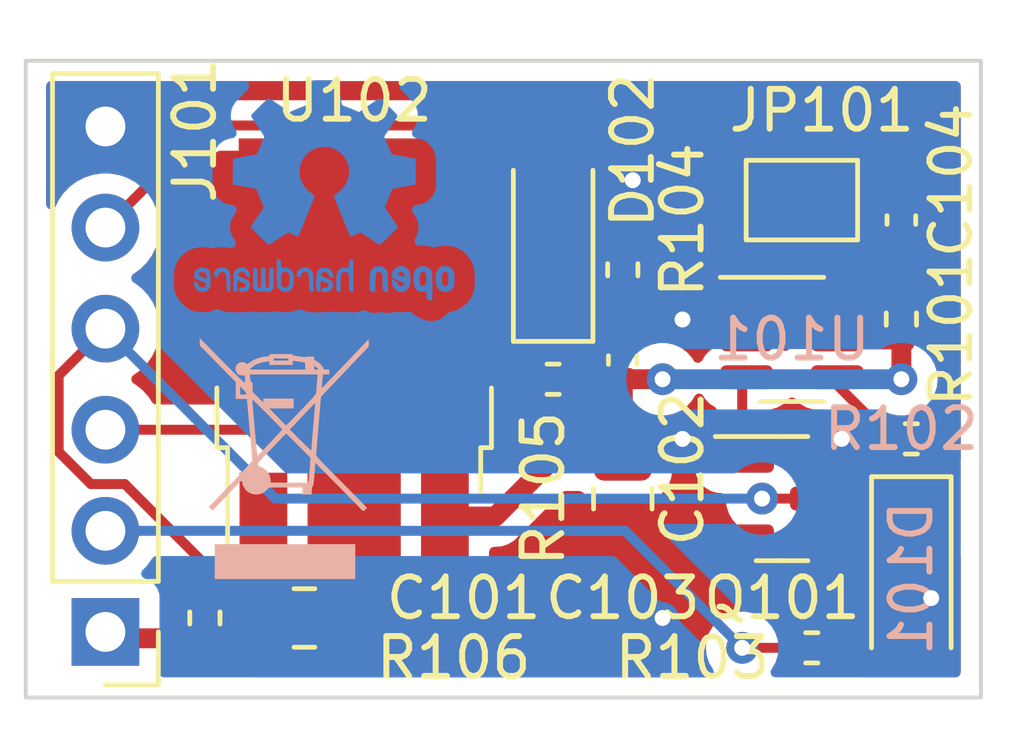
<source format=kicad_pcb>
(kicad_pcb (version 20211014) (generator pcbnew)
  (layers (0 "F.Cu" signal) (31 "B.Cu" signal) (34 "B.Paste" user) (35 "F.Paste" user) (36 "B.SilkS" user "B.Silkscreen") (37 "F.SilkS" user "F.Silkscreen") (38 "B.Mask" user) (39 "F.Mask" user) (44 "Edge.Cuts" user))
  (net 0 "")
  (net 1 "+36V")
  (net 2 "GND")
  (net 3 "+5V")
  (net 4 "/~{RST}")
  (net 5 "/TACHO_IN")
  (net 6 "Net-(J101-Pad2)")
  (net 7 "/TACHO_OUT")
  (net 8 "/CTRL")
  (net 9 "Net-(J101-Pad3)")
  (net 10 "Net-(J101-Pad4)")
  (footprint "Capacitor_SMD:C_0402_1005Metric" (layer "F.Cu") (at 104 54 90)
    (fp_text reference "C104" (at 1 1.25 90) (layer "F.SilkS"))
    (fp_text value "100n")
    (pad "1" smd roundrect (at -0.48 0 90) (size 0.56 0.62) (layers "F.Cu" "F.Paste" "F.Mask") (net 4 "/~{RST}"))
    (pad "2" smd roundrect (at 0.48 0 90) (size 0.56 0.62) (layers "F.Cu" "F.Paste" "F.Mask") (net 2 "GND"))
  )
  (footprint "Package_TO_SOT_SMD:SOT-23" (layer "F.Cu") (at 101 61)
    (fp_text reference "Q101" (at 0 2.5 180) (layer "F.SilkS"))
    (fp_text value "BC847")
    (pad "1" smd roundrect (at -0.9375 -0.95) (size 1.475 0.6) (layers "F.Cu" "F.Paste" "F.Mask") (net 7 "/TACHO_OUT"))
    (pad "2" smd roundrect (at -0.9375 0.95) (size 1.475 0.6) (layers "F.Cu" "F.Paste" "F.Mask") (net 2 "GND"))
    (pad "3" smd roundrect (at 0.9375 0) (size 1.475 0.6) (layers "F.Cu" "F.Paste" "F.Mask") (net 10 "Net-(J101-Pad4)"))
  )
  (footprint "Jumper:SolderJumper-2_P1.3mm_Open_Pad1.0x1.5mm" (layer "F.Cu") (at 101.5 53.5)
    (fp_text reference "JP101" (at 0.5 -2.25) (layer "F.SilkS"))
    (fp_text value "Reset")
    (pad "1" smd rect (at -0.65 0) (size 1 1.5) (layers "F.Cu" "F.Mask") (net 2 "GND"))
    (pad "2" smd rect (at 0.65 0) (size 1 1.5) (layers "F.Cu" "F.Mask") (net 4 "/~{RST}"))
  )
  (footprint "Capacitor_SMD:C_0805_2012Metric" (layer "F.Cu") (at 89 64)
    (fp_text reference "C101" (at 4 -0.5) (layer "F.SilkS"))
    (fp_text value "1µ")
    (pad "1" smd roundrect (at -0.95 0) (size 1 1.45) (layers "F.Cu" "F.Paste" "F.Mask") (net 1 "+36V"))
    (pad "2" smd roundrect (at 0.95 0) (size 1 1.45) (layers "F.Cu" "F.Paste" "F.Mask") (net 2 "GND"))
  )
  (footprint "Resistor_SMD:R_0402_1005Metric" (layer "F.Cu") (at 95.25 58)
    (fp_text reference "R105" (at -0.25 2.75 90) (layer "F.SilkS"))
    (fp_text value "15k")
    (pad "1" smd roundrect (at -0.51 0) (size 0.54 0.64) (layers "F.Cu" "F.Paste" "F.Mask") (net 9 "Net-(J101-Pad3)"))
    (pad "2" smd roundrect (at 0.51 0) (size 0.54 0.64) (layers "F.Cu" "F.Paste" "F.Mask") (net 5 "/TACHO_IN"))
  )
  (footprint "Connector_PinHeader_2.54mm:PinHeader_1x06_P2.54mm_Vertical" (layer "F.Cu") (at 84 64.35 180)
    (fp_text reference "J101" (at -2.25 12.6 270) (layer "F.SilkS"))
    (fp_text value "Sensor")
    (pad "1" thru_hole rect (at 0 0 180) (size 1.7 1.7) (drill 1) (layers *.Cu *.Mask) (net 1 "+36V"))
    (pad "2" thru_hole oval (at 0 2.54 180) (size 1.7 1.7) (drill 1) (layers *.Cu *.Mask) (net 6 "Net-(J101-Pad2)"))
    (pad "3" thru_hole oval (at 0 5.08 180) (size 1.7 1.7) (drill 1) (layers *.Cu *.Mask) (net 9 "Net-(J101-Pad3)"))
    (pad "4" thru_hole oval (at 0 7.62 180) (size 1.7 1.7) (drill 1) (layers *.Cu *.Mask) (net 10 "Net-(J101-Pad4)"))
    (pad "5" thru_hole oval (at 0 10.16 180) (size 1.7 1.7) (drill 1) (layers *.Cu *.Mask) (net 4 "/~{RST}"))
    (pad "6" thru_hole oval (at 0 12.7 180) (size 1.7 1.7) (drill 1) (layers *.Cu *.Mask) (net 2 "GND"))
  )
  (footprint "Resistor_SMD:R_0402_1005Metric" (layer "F.Cu") (at 104 56.49 90)
    (fp_text reference "R101" (at -0.26 1.25 90) (layer "F.SilkS"))
    (fp_text value "15k")
    (pad "1" smd roundrect (at -0.51 0 90) (size 0.54 0.64) (layers "F.Cu" "F.Paste" "F.Mask") (net 3 "+5V"))
    (pad "2" smd roundrect (at 0.51 0 90) (size 0.54 0.64) (layers "F.Cu" "F.Paste" "F.Mask") (net 4 "/~{RST}"))
  )
  (footprint "Resistor_SMD:R_0402_1005Metric" (layer "F.Cu") (at 104.25 59.5)
    (fp_text reference "R102" (at -0.25 -0.25) (layer "B.SilkS"))
    (fp_text value "15k")
    (pad "1" smd roundrect (at -0.51 0) (size 0.54 0.64) (layers "F.Cu" "F.Paste" "F.Mask") (net 8 "/CTRL"))
    (pad "2" smd roundrect (at 0.51 0) (size 0.54 0.64) (layers "F.Cu" "F.Paste" "F.Mask") (net 2 "GND"))
  )
  (footprint "Diode_SMD:D_MiniMELF" (layer "F.Cu") (at 104.25 63 -90)
    (fp_text reference "D101" (at 0 0 -270) (layer "B.SilkS") (effects (justify mirror)))
    (fp_text value "ZMM3V3-M")
    (pad "1" smd rect (at -1.75 0 270) (size 1.3 1.7) (layers "F.Cu" "F.Paste" "F.Mask") (net 8 "/CTRL"))
    (pad "2" smd rect (at 1.75 0 270) (size 1.3 1.7) (layers "F.Cu" "F.Paste" "F.Mask") (net 2 "GND"))
  )
  (footprint "Diode_SMD:D_MiniMELF" (layer "F.Cu") (at 95.25 54.5 90)
    (fp_text reference "D102" (at 2.25 2 90) (layer "F.SilkS"))
    (fp_text value "ZMM3V3-M")
    (pad "1" smd rect (at -1.75 0 90) (size 1.3 1.7) (layers "F.Cu" "F.Paste" "F.Mask") (net 5 "/TACHO_IN"))
    (pad "2" smd rect (at 1.75 0 90) (size 1.3 1.7) (layers "F.Cu" "F.Paste" "F.Mask") (net 2 "GND"))
  )
  (footprint "Capacitor_SMD:C_0402_1005Metric" (layer "F.Cu") (at 97 57.52 90)
    (fp_text reference "C102" (at -2.73 1.5 90) (layer "F.SilkS"))
    (fp_text value "100n")
    (pad "1" smd roundrect (at -0.48 0 90) (size 0.56 0.62) (layers "F.Cu" "F.Paste" "F.Mask") (net 3 "+5V"))
    (pad "2" smd roundrect (at 0.48 0 90) (size 0.56 0.62) (layers "F.Cu" "F.Paste" "F.Mask") (net 2 "GND"))
  )
  (footprint "Resistor_SMD:R_0402_1005Metric" (layer "F.Cu") (at 97 55.25 90)
    (fp_text reference "R104" (at 1.25 1.5 90) (layer "F.SilkS"))
    (fp_text value "15k")
    (pad "1" smd roundrect (at -0.51 0 90) (size 0.54 0.64) (layers "F.Cu" "F.Paste" "F.Mask") (net 5 "/TACHO_IN"))
    (pad "2" smd roundrect (at 0.51 0 90) (size 0.54 0.64) (layers "F.Cu" "F.Paste" "F.Mask") (net 2 "GND"))
  )
  (footprint "Package_TO_SOT_SMD:TO-252-2" (layer "F.Cu") (at 90.25 57.25 90)
    (fp_text reference "U102" (at 6.25 0 180) (layer "F.SilkS"))
    (fp_text value "LM78M05_TO252")
    (pad "1" smd rect (at -4.2 -2.28 90) (size 2.2 1.2) (layers "F.Cu" "F.Paste" "F.Mask") (net 1 "+36V"))
    (pad "2" smd rect (at 2.1 0 90) (size 6.4 5.8) (layers "F.Cu" "F.Mask") (net 2 "GND"))
    (pad "3" smd rect (at -4.2 2.28 90) (size 2.2 1.2) (layers "F.Cu" "F.Paste" "F.Mask") (net 3 "+5V"))
  )
  (footprint "Resistor_SMD:R_0402_1005Metric" (layer "F.Cu") (at 86.5 64 90)
    (fp_text reference "R106" (at -1 6.25) (layer "F.SilkS"))
    (fp_text value "15k")
    (pad "1" smd roundrect (at -0.51 0 90) (size 0.54 0.64) (layers "F.Cu" "F.Paste" "F.Mask") (net 1 "+36V"))
    (pad "2" smd roundrect (at 0.51 0 90) (size 0.54 0.64) (layers "F.Cu" "F.Paste" "F.Mask") (net 10 "Net-(J101-Pad4)"))
  )
  (footprint "Package_TO_SOT_SMD:SOT-23-6" (layer "F.Cu") (at 101.25 57)
    (fp_text reference "U101" (at 0 0) (layer "B.SilkS") (effects (justify mirror)))
    (fp_text value "ATtiny10-TS")
    (pad "1" smd roundrect (at -1.1375 -0.95) (size 1.325 0.6) (layers "F.Cu" "F.Paste" "F.Mask") (net 5 "/TACHO_IN"))
    (pad "2" smd roundrect (at -1.1375 0) (size 1.325 0.6) (layers "F.Cu" "F.Paste" "F.Mask") (net 2 "GND"))
    (pad "3" smd roundrect (at -1.1375 0.95) (size 1.325 0.6) (layers "F.Cu" "F.Paste" "F.Mask") (net 7 "/TACHO_OUT"))
    (pad "4" smd roundrect (at 1.1375 0.95) (size 1.325 0.6) (layers "F.Cu" "F.Paste" "F.Mask") (net 8 "/CTRL"))
    (pad "5" smd roundrect (at 1.1375 0) (size 1.325 0.6) (layers "F.Cu" "F.Paste" "F.Mask") (net 3 "+5V"))
    (pad "6" smd roundrect (at 1.1375 -0.95) (size 1.325 0.6) (layers "F.Cu" "F.Paste" "F.Mask") (net 4 "/~{RST}"))
  )
  (footprint "Resistor_SMD:R_0402_1005Metric" (layer "F.Cu") (at 101.75 64.75)
    (fp_text reference "R103" (at -3 0.25) (layer "F.SilkS"))
    (fp_text value "15k")
    (pad "1" smd roundrect (at -0.51 0) (size 0.54 0.64) (layers "F.Cu" "F.Paste" "F.Mask") (net 6 "Net-(J101-Pad2)"))
    (pad "2" smd roundrect (at 0.51 0) (size 0.54 0.64) (layers "F.Cu" "F.Paste" "F.Mask") (net 8 "/CTRL"))
  )
  (footprint "Capacitor_SMD:C_0805_2012Metric" (layer "F.Cu") (at 97 61 -90)
    (fp_text reference "C103" (at 2.5 0 180) (layer "F.SilkS"))
    (fp_text value "1µ")
    (pad "1" smd roundrect (at -0.95 0 270) (size 1 1.45) (layers "F.Cu" "F.Paste" "F.Mask") (net 3 "+5V"))
    (pad "2" smd roundrect (at 0.95 0 270) (size 1 1.45) (layers "F.Cu" "F.Paste" "F.Mask") (net 2 "GND"))
  )
  (footprint "Symbol:WEEE-Logo_4.2x6mm_SilkScreen" (layer "B.Cu") (at 88.5 60 180)
    (fp_text reference "REF**" hide)
    (fp_text value "WEEE-Logo_4.2x6mm_SilkScreen" hide)
  )
  (footprint "Symbol:OSHW-Logo2_7.3x6mm_Copper" (layer "B.Cu") (at 89.5 53.25 180)
    (fp_text reference "REF**" hide)
    (fp_text value "OSHW-Logo2_7.3x6mm_Copper" hide)
    (fp_poly (pts (xy -1.283907 -1.92778) (xy -1.237328 -1.954723) (xy -1.204943 -1.981466) (xy -1.181258 -2.009484) (xy -1.164941 -2.043748) (xy -1.154661 -2.089227) (xy -1.149086 -2.150892) (xy -1.146884 -2.233711) (xy -1.146629 -2.293246) (xy -1.146629 -2.512391) (xy -1.208314 -2.540044) (xy -1.27 -2.567697) (xy -1.277257 -2.32767) (xy -1.280256 -2.238028) (xy -1.283402 -2.172962) (xy -1.287299 -2.128026) (xy -1.292553 -2.09877) (xy -1.299769 -2.080748) (xy -1.30955 -2.069511) (xy -1.312688 -2.067079) (xy -1.360239 -2.048083) (xy -1.408303 -2.0556) (xy -1.436914 -2.075543) (xy -1.448553 -2.089675) (xy -1.456609 -2.10822) (xy -1.461729 -2.136334) (xy -1.464559 -2.179173) (xy -1.465744 -2.241895) (xy -1.465943 -2.307261) (xy -1.465982 -2.389268) (xy -1.467386 -2.447316) (xy -1.472086 -2.486465) (xy -1.482013 -2.51178) (xy -1.499097 -2.528323) (xy -1.525268 -2.541156) (xy -1.560225 -2.554491) (xy -1.598404 -2.569007) (xy -1.593859 -2.311389) (xy -1.592029 -2.218519) (xy -1.589888 -2.149889) (xy -1.586819 -2.100711) (xy -1.582206 -2.066198) (xy -1.575432 -2.041562) (xy -1.565881 -2.022016) (xy -1.554366 -2.00477) (xy -1.49881 -1.94968) (xy -1.43102 -1.917822) (xy -1.357287 -1.910191) (xy -1.283907 -1.92778)) (layer "B.Cu") (width 0.01) (fill solid))
    (fp_poly (pts (xy 2.6526 -1.958752) (xy 2.669948 -1.966334) (xy 2.711356 -1.999128) (xy 2.746765 -2.046547) (xy 2.768664 -2.097151) (xy 2.772229 -2.122098) (xy 2.760279 -2.156927) (xy 2.734067 -2.175357) (xy 2.705964 -2.186516) (xy 2.693095 -2.188572) (xy 2.686829 -2.173649) (xy 2.674456 -2.141175) (xy 2.669028 -2.126502) (xy 2.63859 -2.075744) (xy 2.59452 -2.050427) (xy 2.53801 -2.051206) (xy 2.533825 -2.052203) (xy 2.503655 -2.066507) (xy 2.481476 -2.094393) (xy 2.466327 -2.139287) (xy 2.45725 -2.204615) (xy 2.453286 -2.293804) (xy 2.452914 -2.341261) (xy 2.45273 -2.416071) (xy 2.451522 -2.467069) (xy 2.448309 -2.499471) (xy 2.442109 -2.518495) (xy 2.43194 -2.529356) (xy 2.416819 -2.537272) (xy 2.415946 -2.53767) (xy 2.386828 -2.549981) (xy 2.372403 -2.554514) (xy 2.370186 -2.540809) (xy 2.368289 -2.502925) (xy 2.366847 -2.445715) (xy 2.365998 -2.374027) (xy 2.365829 -2.321565) (xy 2.366692 -2.220047) (xy 2.37007 -2.143032) (xy 2.377142 -2.086023) (xy 2.389088 -2.044526) (xy 2.40709 -2.014043) (xy 2.432327 -1.99008) (xy 2.457247 -1.973355) (xy 2.517171 -1.951097) (xy 2.586911 -1.946076) (xy 2.6526 -1.958752)) (layer "B.Cu") (width 0.01) (fill solid))
    (fp_poly (pts (xy 2.144876 -1.956335) (xy 2.186667 -1.975344) (xy 2.219469 -1.998378) (xy 2.243503 -2.024133) (xy 2.260097 -2.057358) (xy 2.270577 -2.1028) (xy 2.276271 -2.165207) (xy 2.278507 -2.249327) (xy 2.278743 -2.304721) (xy 2.278743 -2.520826) (xy 2.241774 -2.53767) (xy 2.212656 -2.549981) (xy 2.198231 -2.554514) (xy 2.195472 -2.541025) (xy 2.193282 -2.504653) (xy 2.191942 -2.451542) (xy 2.191657 -2.409372) (xy 2.190434 -2.348447) (xy 2.187136 -2.300115) (xy 2.182321 -2.270518) (xy 2.178496 -2.264229) (xy 2.152783 -2.270652) (xy 2.112418 -2.287125) (xy 2.065679 -2.309458) (xy 2.020845 -2.333457) (xy 1.986193 -2.35493) (xy 1.970002 -2.369685) (xy 1.969938 -2.369845) (xy 1.97133 -2.397152) (xy 1.983818 -2.423219) (xy 2.005743 -2.444392) (xy 2.037743 -2.451474) (xy 2.065092 -2.450649) (xy 2.103826 -2.450042) (xy 2.124158 -2.459116) (xy 2.136369 -2.483092) (xy 2.137909 -2.487613) (xy 2.143203 -2.521806) (xy 2.129047 -2.542568) (xy 2.092148 -2.552462) (xy 2.052289 -2.554292) (xy 1.980562 -2.540727) (xy 1.943432 -2.521355) (xy 1.897576 -2.475845) (xy 1.873256 -2.419983) (xy 1.871073 -2.360957) (xy 1.891629 -2.305953) (xy 1.922549 -2.271486) (xy 1.95342 -2.252189) (xy 2.001942 -2.227759) (xy 2.058485 -2.202985) (xy 2.06791 -2.199199) (xy 2.130019 -2.171791) (xy 2.165822 -2.147634) (xy 2.177337 -2.123619) (xy 2.16658 -2.096635) (xy 2.148114 -2.075543) (xy 2.104469 -2.049572) (xy 2.056446 -2.047624) (xy 2.012406 -2.067637) (xy 1.980709 -2.107551) (xy 1.976549 -2.117848) (xy 1.952327 -2.155724) (xy 1.916965 -2.183842) (xy 1.872343 -2.206917) (xy 1.872343 -2.141485) (xy 1.874969 -2.101506) (xy 1.88623 -2.069997) (xy 1.911199 -2.036378) (xy 1.935169 -2.010484) (xy 1.972441 -1.973817) (xy 2.001401 -1.954121) (xy 2.032505 -1.94622) (xy 2.067713 -1.944914) (xy 2.144876 -1.956335)) (layer "B.Cu") (width 0.01) (fill solid))
    (fp_poly (pts (xy -1.831697 -1.931239) (xy -1.774473 -1.969735) (xy -1.730251 -2.025335) (xy -1.703833 -2.096086) (xy -1.69849 -2.148162) (xy -1.699097 -2.169893) (xy -1.704178 -2.186531) (xy -1.718145 -2.201437) (xy -1.745411 -2.217973) (xy -1.790388 -2.239498) (xy -1.857489 -2.269374) (xy -1.857829 -2.269524) (xy -1.919593 -2.297813) (xy -1.970241 -2.322933) (xy -2.004596 -2.342179) (xy -2.017482 -2.352848) (xy -2.017486 -2.352934) (xy -2.006128 -2.376166) (xy -1.979569 -2.401774) (xy -1.949077 -2.420221) (xy -1.93363 -2.423886) (xy -1.891485 -2.411212) (xy -1.855192 -2.379471) (xy -1.837483 -2.344572) (xy -1.820448 -2.318845) (xy -1.787078 -2.289546) (xy -1.747851 -2.264235) (xy -1.713244 -2.250471) (xy -1.706007 -2.249714) (xy -1.697861 -2.26216) (xy -1.69737 -2.293972) (xy -1.703357 -2.336866) (xy -1.714643 -2.382558) (xy -1.73005 -2.422761) (xy -1.730829 -2.424322) (xy -1.777196 -2.489062) (xy -1.837289 -2.533097) (xy -1.905535 -2.554711) (xy -1.976362 -2.552185) (xy -2.044196 -2.523804) (xy -2.047212 -2.521808) (xy -2.100573 -2.473448) (xy -2.13566 -2.410352) (xy -2.155078 -2.327387) (xy -2.157684 -2.304078) (xy -2.162299 -2.194055) (xy -2.156767 -2.142748) (xy -2.017486 -2.142748) (xy -2.015676 -2.174753) (xy -2.005778 -2.184093) (xy -1.981102 -2.177105) (xy -1.942205 -2.160587) (xy -1.898725 -2.139881) (xy -1.897644 -2.139333) (xy -1.860791 -2.119949) (xy -1.846 -2.107013) (xy -1.849647 -2.093451) (xy -1.865005 -2.075632) (xy -1.904077 -2.049845) (xy -1.946154 -2.04795) (xy -1.983897 -2.066717) (xy -2.009966 -2.102915) (xy -2.017486 -2.142748) (xy -2.156767 -2.142748) (xy -2.152806 -2.106027) (xy -2.12845 -2.036212) (xy -2.094544 -1.987302) (xy -2.033347 -1.937878) (xy -1.965937 -1.913359) (xy -1.89712 -1.911797) (xy -1.831697 -1.931239)) (layer "B.Cu") (width 0.01) (fill solid))
    (fp_poly (pts (xy 1.190117 -2.065358) (xy 1.189933 -2.173837) (xy 1.189219 -2.257287) (xy 1.187675 -2.319704) (xy 1.185001 -2.365085) (xy 1.180894 -2.397429) (xy 1.175055 -2.420733) (xy 1.167182 -2.438995) (xy 1.161221 -2.449418) (xy 1.111855 -2.505945) (xy 1.049264 -2.541377) (xy 0.980013 -2.55409) (xy 0.910668 -2.542463) (xy 0.869375 -2.521568) (xy 0.826025 -2.485422) (xy 0.796481 -2.441276) (xy 0.778655 -2.383462) (xy 0.770463 -2.306313) (xy 0.769302 -2.249714) (xy 0.769458 -2.245647) (xy 0.870857 -2.245647) (xy 0.871476 -2.31055) (xy 0.874314 -2.353514) (xy 0.88084 -2.381622) (xy 0.892523 -2.401953) (xy 0.906483 -2.417288) (xy 0.953365 -2.44689) (xy 1.003701 -2.449419) (xy 1.051276 -2.424705) (xy 1.054979 -2.421356) (xy 1.070783 -2.403935) (xy 1.080693 -2.383209) (xy 1.086058 -2.352362) (xy 1.088228 -2.304577) (xy 1.088571 -2.251748) (xy 1.087827 -2.185381) (xy 1.084748 -2.141106) (xy 1.078061 -2.112009) (xy 1.066496 -2.091173) (xy 1.057013 -2.080107) (xy 1.01296 -2.052198) (xy 0.962224 -2.048843) (xy 0.913796 -2.070159) (xy 0.90445 -2.078073) (xy 0.88854 -2.095647) (xy 0.87861 -2.116587) (xy 0.873278 -2.147782) (xy 0.871163 -2.196122) (xy 0.870857 -2.245647) (xy 0.769458 -2.245647) (xy 0.77281 -2.158568) (xy 0.784726 -2.090086) (xy 0.807135 -2.0386) (xy 0.842124 -1.998443) (xy 0.869375 -1.977861) (xy 0.918907 -1.955625) (xy 0.976316 -1.945304) (xy 1.029682 -1.948067) (xy 1.059543 -1.959212) (xy 1.071261 -1.962383) (xy 1.079037 -1.950557) (xy 1.084465 -1.918866) (xy 1.088571 -1.870593) (xy 1.093067 -1.816829) (xy 1.099313 -1.784482) (xy 1.110676 -1.765985) (xy 1.130528 -1.75377) (xy 1.143 -1.748362) (xy 1.190171 -1.728601) (xy 1.190117 -2.065358)) (layer "B.Cu") (width 0.01) (fill solid))
    (fp_poly (pts (xy 3.153595 -1.966966) (xy 3.211021 -2.004497) (xy 3.238719 -2.038096) (xy 3.260662 -2.099064) (xy 3.262405 -2.147308) (xy 3.258457 -2.211816) (xy 3.109686 -2.276934) (xy 3.037349 -2.310202) (xy 2.990084 -2.336964) (xy 2.965507 -2.360144) (xy 2.961237 -2.382667) (xy 2.974889 -2.407455) (xy 2.989943 -2.423886) (xy 3.033746 -2.450235) (xy 3.081389 -2.452081) (xy 3.125145 -2.431546) (xy 3.157289 -2.390752) (xy 3.163038 -2.376347) (xy 3.190576 -2.331356) (xy 3.222258 -2.312182) (xy 3.265714 -2.295779) (xy 3.265714 -2.357966) (xy 3.261872 -2.400283) (xy 3.246823 -2.435969) (xy 3.21528 -2.476943) (xy 3.210592 -2.482267) (xy 3.175506 -2.51872) (xy 3.145347 -2.538283) (xy 3.107615 -2.547283) (xy 3.076335 -2.55023) (xy 3.020385 -2.550965) (xy 2.980555 -2.54166) (xy 2.955708 -2.527846) (xy 2.916656 -2.497467) (xy 2.889625 -2.464613) (xy 2.872517 -2.423294) (xy 2.863238 -2.367521) (xy 2.859693 -2.291305) (xy 2.85941 -2.252622) (xy 2.860372 -2.206247) (xy 2.948007 -2.206247) (xy 2.949023 -2.231126) (xy 2.951556 -2.2352) (xy 2.968274 -2.229665) (xy 3.004249 -2.215017) (xy 3.052331 -2.19419) (xy 3.062386 -2.189714) (xy 3.123152 -2.158814) (xy 3.156632 -2.131657) (xy 3.16399 -2.10622) (xy 3.146391 -2.080481) (xy 3.131856 -2.069109) (xy 3.07941 -2.046364) (xy 3.030322 -2.050122) (xy 2.989227 -2.077884) (xy 2.960758 -2.127152) (xy 2.951631 -2.166257) (xy 2.948007 -2.206247) (xy 2.860372 -2.206247) (xy 2.861285 -2.162249) (xy 2.868196 -2.095384) (xy 2.881884 -2.046695) (xy 2.904096 -2.010849) (xy 2.936574 -1.982513) (xy 2.950733 -1.973355) (xy 3.015053 -1.949507) (xy 3.085473 -1.948006) (xy 3.153595 -1.966966)) (layer "B.Cu") (width 0.01) (fill solid))
    (fp_poly (pts (xy -0.624114 -1.851289) (xy -0.619861 -1.910613) (xy -0.614975 -1.945572) (xy -0.608205 -1.96082) (xy -0.598298 -1.961015) (xy -0.595086 -1.959195) (xy -0.552356 -1.946015) (xy -0.496773 -1.946785) (xy -0.440263 -1.960333) (xy -0.404918 -1.977861) (xy -0.368679 -2.005861) (xy -0.342187 -2.037549) (xy -0.324001 -2.077813) (xy -0.312678 -2.131543) (xy -0.306778 -2.203626) (xy -0.304857 -2.298951) (xy -0.304823 -2.317237) (xy -0.3048 -2.522646) (xy -0.350509 -2.53858) (xy -0.382973 -2.54942) (xy -0.400785 -2.554468) (xy -0.401309 -2.554514) (xy -0.403063 -2.540828) (xy -0.404556 -2.503076) (xy -0.405674 -2.446224) (xy -0.406303 -2.375234) (xy -0.4064 -2.332073) (xy -0.406602 -2.246973) (xy -0.407642 -2.185981) (xy -0.410169 -2.144177) (xy -0.414836 -2.116642) (xy -0.422293 -2.098456) (xy -0.433189 -2.084698) (xy -0.439993 -2.078073) (xy -0.486728 -2.051375) (xy -0.537728 -2.049375) (xy -0.583999 -2.071955) (xy -0.592556 -2.080107) (xy -0.605107 -2.095436) (xy -0.613812 -2.113618) (xy -0.619369 -2.139909) (xy -0.622474 -2.179562) (xy -0.623824 -2.237832) (xy -0.624114 -2.318173) (xy -0.624114 -2.522646) (xy -0.669823 -2.53858) (xy -0.702287 -2.54942) (xy -0.720099 -2.554468) (xy -0.720623 -2.554514) (xy -0.721963 -2.540623) (xy -0.723172 -2.501439) (xy -0.724199 -2.4407) (xy -0.724998 -2.362141) (xy -0.725519 -2.269498) (xy -0.725714 -2.166509) (xy -0.725714 -1.769342) (xy -0.678543 -1.749444) (xy -0.631371 -1.729547) (xy -0.624114 -1.851289)) (layer "B.Cu") (width 0.01) (fill solid))
    (fp_poly (pts (xy -2.958885 -1.921962) (xy -2.890855 -1.957733) (xy -2.840649 -2.015301) (xy -2.822815 -2.052312) (xy -2.808937 -2.107882) (xy -2.801833 -2.178096) (xy -2.80116 -2.254727) (xy -2.806573 -2.329552) (xy -2.81773 -2.394342) (xy -2.834286 -2.440873) (xy -2.839374 -2.448887) (xy -2.899645 -2.508707) (xy -2.971231 -2.544535) (xy -3.048908 -2.55502) (xy -3.127452 -2.53881) (xy -3.149311 -2.529092) (xy -3.191878 -2.499143) (xy -3.229237 -2.459433) (xy -3.232768 -2.454397) (xy -3.247119 -2.430124) (xy -3.256606 -2.404178) (xy -3.26221 -2.370022) (xy -3.264914 -2.321119) (xy -3.265701 -2.250935) (xy -3.265714 -2.2352) (xy -3.265678 -2.230192) (xy -3.120571 -2.230192) (xy -3.119727 -2.29643) (xy -3.116404 -2.340386) (xy -3.109417 -2.368779) (xy -3.097584 -2.388325) (xy -3.091543 -2.394857) (xy -3.056814 -2.41968) (xy -3.023097 -2.418548) (xy -2.989005 -2.397016) (xy -2.968671 -2.374029) (xy -2.956629 -2.340478) (xy -2.949866 -2.287569) (xy -2.949402 -2.281399) (xy -2.948248 -2.185513) (xy -2.960312 -2.114299) (xy -2.98543 -2.068194) (xy -3.02344 -2.047635) (xy -3.037008 -2.046514) (xy -3.072636 -2.052152) (xy -3.097006 -2.071686) (xy -3.111907 -2.109042) (xy -3.119125 -2.16815) (xy -3.120571 -2.230192) (xy -3.265678 -2.230192) (xy -3.265174 -2.160413) (xy -3.262904 -2.108159) (xy -3.257932 -2.071949) (xy -3.249287 -2.045299) (xy -3.235995 -2.021722) (xy -3.233057 -2.017338) (xy -3.183687 -1.958249) (xy -3.129891 -1.923947) (xy -3.064398 -1.910331) (xy -3.042158 -1.909665) (xy -2.958885 -1.921962)) (layer "B.Cu") (width 0.01) (fill solid))
    (fp_poly (pts (xy 0.039744 -1.950968) (xy 0.096616 -1.972087) (xy 0.097267 -1.972493) (xy 0.13244 -1.99838) (xy 0.158407 -2.028633) (xy 0.17667 -2.068058) (xy 0.188732 -2.121462) (xy 0.196096 -2.193651) (xy 0.200264 -2.289432) (xy 0.200629 -2.303078) (xy 0.205876 -2.508842) (xy 0.161716 -2.531678) (xy 0.129763 -2.54711) (xy 0.11047 -2.554423) (xy 0.109578 -2.554514) (xy 0.106239 -2.541022) (xy 0.103587 -2.504626) (xy 0.101956 -2.451452) (xy 0.1016 -2.408393) (xy 0.101592 -2.338641) (xy 0.098403 -2.294837) (xy 0.087288 -2.273944) (xy 0.063501 -2.272925) (xy 0.022296 -2.288741) (xy -0.039914 -2.317815) (xy -0.085659 -2.341963) (xy -0.109187 -2.362913) (xy -0.116104 -2.385747) (xy -0.116114 -2.386877) (xy -0.104701 -2.426212) (xy -0.070908 -2.447462) (xy -0.019191 -2.450539) (xy 0.018061 -2.450006) (xy 0.037703 -2.460735) (xy 0.049952 -2.486505) (xy 0.057002 -2.519337) (xy 0.046842 -2.537966) (xy 0.043017 -2.540632) (xy 0.007001 -2.55134) (xy -0.043434 -2.552856) (xy -0.095374 -2.545759) (xy -0.132178 -2.532788) (xy -0.183062 -2.489585) (xy -0.211986 -2.429446) (xy -0.217714 -2.382462) (xy -0.213343 -2.340082) (xy -0.197525 -2.305488) (xy -0.166203 -2.274763) (xy -0.115322 -2.24399) (xy -0.040824 -2.209252) (xy -0.036286 -2.207288) (xy 0.030821 -2.176287) (xy 0.072232 -2.150862) (xy 0.089981 -2.128014) (xy 0.086107 -2.104745) (xy 0.062643 -2.078056) (xy 0.055627 -2.071914) (xy 0.00863 -2.0481) (xy -0.040067 -2.049103) (xy -0.082478 -2.072451) (xy -0.110616 -2.115675) (xy -0.113231 -2.12416) (xy -0.138692 -2.165308) (xy -0.170999 -2.185128) (xy -0.217714 -2.20477) (xy -0.217714 -2.15395) (xy -0.203504 -2.080082) (xy -0.161325 -2.012327) (xy -0.139376 -1.989661) (xy -0.089483 -1.960569) (xy -0.026033 -1.9474) (xy 0.039744 -1.950968)) (layer "B.Cu") (width 0.01) (fill solid))
    (fp_poly (pts (xy 0.10391 2.757652) (xy 0.182454 2.757222) (xy 0.239298 2.756058) (xy 0.278105 2.753793) (xy 0.302538 2.75006) (xy 0.316262 2.744494) (xy 0.32294 2.736727) (xy 0.326236 2.726395) (xy 0.326556 2.725057) (xy 0.331562 2.700921) (xy 0.340829 2.653299) (xy 0.353392 2.587259) (xy 0.368287 2.507872) (xy 0.384551 2.420204) (xy 0.385119 2.417125) (xy 0.40141 2.331211) (xy 0.416652 2.255304) (xy 0.429861 2.193955) (xy 0.440054 2.151718) (xy 0.446248 2.133145) (xy 0.446543 2.132816) (xy 0.464788 2.123747) (xy 0.502405 2.108633) (xy 0.551271 2.090738) (xy 0.551543 2.090642) (xy 0.613093 2.067507) (xy 0.685657 2.038035) (xy 0.754057 2.008403) (xy 0.757294 2.006938) (xy 0.868702 1.956374) (xy 1.115399 2.12484) (xy 1.191077 2.176197) (xy 1.259631 2.222111) (xy 1.317088 2.25997) (xy 1.359476 2.287163) (xy 1.382825 2.301079) (xy 1.385042 2.302111) (xy 1.40201 2.297516) (xy 1.433701 2.275345) (xy 1.481352 2.234553) (xy 1.546198 2.174095) (xy 1.612397 2.109773) (xy 1.676214 2.046388) (xy 1.733329 1.988549) (xy 1.780305 1.939825) (xy 1.813703 1.90379) (xy 1.830085 1.884016) (xy 1.830694 1.882998) (xy 1.832505 1.869428) (xy 1.825683 1.847267) (xy 1.80854 1.813522) (xy 1.779393 1.7652) (xy 1.736555 1.699308) (xy 1.679448 1.614483) (xy 1.628766 1.539823) (xy 1.583461 1.47286) (xy 1.54615 1.417484) (xy 1.519452 1.37758) (xy 1.505985 1.357038) (xy 1.505137 1.355644) (xy 1.506781 1.335962) (xy 1.519245 1.297707) (xy 1.540048 1.248111) (xy 1.547462 1.232272) (xy 1.579814 1.16171) (xy 1.614328 1.081647) (xy 1.642365 1.012371) (xy 1.662568 0.960955) (xy 1.678615 0.921881) (xy 1.687888 0.901459) (xy 1.689041 0.899886) (xy 1.706096 0.897279) (xy 1.746298 0.890137) (xy 1.804302 0.879477) (xy 1.874763 0.866315) (xy 1.952335 0.851667) (xy 2.031672 0.836551) (xy 2.107431 0.821982) (xy 2.174264 0.808978) (xy 2.226828 0.798555) (xy 2.259776 0.79173) (xy 2.267857 0.789801) (xy 2.276205 0.785038) (xy 2.282506 0.774282) (xy 2.287045 0.753902) (xy 2.290104 0.720266) (xy 2.291967 0.669745) (xy 2.292918 0.598708) (xy 2.29324 0.503524) (xy 2.293257 0.464508) (xy 2.293257 0.147201) (xy 2.217057 0.132161) (xy 2.174663 0.124005) (xy 2.1114 0.112101) (xy 2.034962 0.097884) (xy 1.953043 0.08279) (xy 1.9304 0.078645) (xy 1.854806 0.063947) (xy 1.788953 0.049495) (xy 1.738366 0.036625) (xy 1.708574 0.026678) (xy 1.703612 0.023713) (xy 1.691426 0.002717) (xy 1.673953 -0.037967) (xy 1.654577 -0.090322) (xy 1.650734 -0.1016) (xy 1.625339 -0.171523) (xy 1.593817 -0.250418) (xy 1.562969 -0.321266) (xy 1.562817 -0.321595) (xy 1.511447 -0.432733) (xy 1.680399 -0.681253) (xy 1.849352 -0.929772) (xy 1.632429 -1.147058) (xy 1.566819 -1.211726) (xy 1.506979 -1.268733) (xy 1.456267 -1.315033) (xy 1.418046 -1.347584) (xy 1.395675 -1.363343) (xy 1.392466 -1.364343) (xy 1.373626 -1.356469) (xy 1.33518 -1.334578) (xy 1.28133 -1.301267) (xy 1.216276 -1.259131) (xy 1.14594 -1.211943) (xy 1.074555 -1.16381) (xy 1.010908 -1.121928) (xy 0.959041 -1.088871) (xy 0.922995 -1.067218) (xy 0.906867 -1.059543) (xy 0.887189 -1.066037) (xy 0.849875 -1.08315) (xy 0.802621 -1.107326) (xy 0.797612 -1.110013) (xy 0.733977 -1.141927) (xy 0.690341 -1.157579) (xy 0.663202 -1.157745) (xy 0.649057 -1.143204) (xy 0.648975 -1.143) (xy 0.641905 -1.125779) (xy 0.625042 -1.084899) (xy 0.599695 -1.023525) (xy 0.567171 -0.944819) (xy 0.528778 -0.851947) (xy 0.485822 -0.748072) (xy 0.444222 -0.647502) (xy 0.398504 -0.536516) (xy 0.356526 -0.433703) (xy 0.319548 -0.342215) (xy 0.288827 -0.265201) (xy 0.265622 -0.205815) (xy 0.25119 -0.167209) (xy 0.246743 -0.1528) (xy 0.257896 -0.136272) (xy 0.287069 -0.10993) (xy 0.325971 -0.080887) (xy 0.436757 0.010961) (xy 0.523351 0.116241) (xy 0.584716 0.232734) (xy 0.619815 0.358224) (xy 0.627608 0.490493) (xy 0.621943 0.551543) (xy 0.591078 0.678205) (xy 0.53792 0.790059) (xy 0.465767 0.885999) (xy 0.377917 0.964924) (xy 0.277665 1.02573) (xy 0.16831 1.067313) (xy 0.053147 1.088572) (xy -0.064525 1.088401) (xy -0.18141 1.065699) (xy -0.294211 1.019362) (xy -0.399631 0.948287) (xy -0.443632 0.908089) (xy -0.528021 0.804871) (xy -0.586778 0.692075) (xy -0.620296 0.57299) (xy -0.628965 0.450905) (xy -0.613177 0.329107) (xy -0.573322 0.210884) (xy -0.509793 0.099525) (xy -0.422979 -0.001684) (xy -0.325971 -0.080887) (xy -0.285563 -0.111162) (xy -0.257018 -0.137219) (xy -0.246743 -0.152825) (xy -0.252123 -0.169843) (xy -0.267425 -0.2105) (xy -0.291388 -0.271642) (xy -0.322756 -0.350119) (xy -0.360268 -0.44278) (xy -0.402667 -0.546472) (xy -0.444337 -0.647526) (xy -0.49031 -0.758607) (xy -0.532893 -0.861541) (xy -0.570779 -0.953165) (xy -0.60266 -1.030316) (xy -0.627229 -1.089831) (xy -0.64318 -1.128544) (xy -0.64909 -1.143) (xy -0.663052 -1.157685) (xy -0.69006 -1.157642) (xy -0.733587 -1.142099) (xy -0.79711 -1.110284) (xy -0.797612 -1.110013) (xy -0.84544 -1.085323) (xy -0.884103 -1.067338) (xy -0.905905 -1.059614) (xy -0.906867 -1.059543) (xy -0.923279 -1.067378) (xy -0.959513 -1.089165) (xy -1.011526 -1.122328) (xy -1.075275 -1.164291) (xy -1.14594 -1.211943) (xy -1.217884 -1.260191) (xy -1.282726 -1.302151) (xy -1.336265 -1.335227) (xy -1.374303 -1.356821) (xy -1.392467 -1.364343) (xy -1.409192 -1.354457) (xy -1.44282 -1.326826) (xy -1.48999 -1.284495) (xy -1.547342 -1.230505) (xy -1.611516 -1.167899) (xy -1.632503 -1.146983) (xy -1.849501 -0.929623) (xy -1.684332 -0.68722) (xy -1.634136 -0.612781) (xy -1.590081 -0.545972) (xy -1.554638 -0.490665) (xy -1.530281 -0.450729) (xy -1.519478 -0.430036) (xy -1.519162 -0.428563) (xy -1.524857 -0.409058) (xy -1.540174 -0.369822) (xy -1.562463 -0.31743) (xy -1.578107 -0.282355) (xy -1.607359 -0.215201) (xy -1.634906 -0.147358) (xy -1.656263 -0.090034) (xy -1.662065 -0.072572) (xy -1.678548 -0.025938) (xy -1.69466 0.010095) (xy -1.70351 0.023713) (xy -1.72304 0.032048) (xy -1.765666 0.043863) (xy -1.825855 0.057819) (xy -1.898078 0.072578) (xy -1.9304 0.078645) (xy -2.012478 0.093727) (xy -2.091205 0.108331) (xy -2.158891 0.12102) (xy -2.20784 0.130358) (xy -2.217057 0.132161) (xy -2.293257 0.147201) (xy -2.293257 0.464508) (xy -2.293086 0.568846) (xy -2.292384 0.647787) (xy -2.290866 0.704962) (xy -2.288251 0.744001) (xy -2.284254 0.768535) (xy -2.278591 0.782195) (xy -2.27098 0.788611) (xy -2.267857 0.789801) (xy -2.249022 0.79402) (xy -2.207412 0.802438) (xy -2.14837 0.814039) (xy -2.077243 0.827805) (xy -1.999375 0.84272) (xy -1.920113 0.857768) (xy -1.844802 0.871931) (xy -1.778787 0.884194) (xy -1.727413 0.893539) (xy -1.696025 0.89895) (xy -1.689041 0.899886) (xy -1.682715 0.912404) (xy -1.66871 0.945754) (xy -1.649645 0.993623) (xy -1.642366 1.012371) (xy -1.613004 1.084805) (xy -1.578429 1.16483) (xy -1.547463 1.232272) (xy -1.524677 1.283841) (xy -1.509518 1.326215) (xy -1.504458 1.352166) (xy -1.505264 1.355644) (xy -1.515959 1.372064) (xy -1.54038 1.408583) (xy -1.575905 1.461313) (xy -1.619913 1.526365) (xy -1.669783 1.599849) (xy -1.679644 1.614355) (xy -1.737508 1.700296) (xy -1.780044 1.765739) (xy -1.808946 1.813696) (xy -1.82591 1.84718) (xy -1.832633 1.869205) (xy -1.83081 1.882783) (xy -1.830764 1.882869) (xy -1.816414 1.900703) (xy -1.784677 1.935183) (xy -1.73899 1.982732) (xy -1.682796 2.039778) (xy -1.619532 2.102745) (xy -1.612398 2.109773) (xy -1.53267 2.18698) (xy -1.471143 2.24367) (xy -1.426579 2.28089) (xy -1.397743 2.299685) (xy -1.385042 2.302111) (xy -1.366506 2.291529) (xy -1.328039 2.267084) (xy -1.273614 2.231388) (xy -1.207202 2.187053) (xy -1.132775 2.136689) (xy -1.115399 2.12484) (xy -0.868703 1.956374) (xy -0.757294 2.006938) (xy -0.689543 2.036405) (xy -0.616817 2.066041) (xy -0.554297 2.08967) (xy -0.551543 2.090642) (xy -0.50264 2.108543) (xy -0.464943 2.12368) (xy -0.446575 2.13279) (xy -0.446544 2.132816) (xy -0.440715 2.149283) (xy -0.430808 2.189781) (xy -0.417805 2.249758) (xy -0.402691 2.32466) (xy -0.386448 2.409936) (xy -0.385119 2.417125) (xy -0.368825 2.504986) (xy -0.353867 2.58474) (xy -0.341209 2.651319) (xy -0.331814 2.699653) (xy -0.326646 2.724675) (xy -0.326556 2.725057) (xy -0.323411 2.735701) (xy -0.317296 2.743738) (xy -0.304547 2.749533) (xy -0.2815 2.753453) (xy -0.244491 2.755865) (xy -0.189856 2.757135) (xy -0.113933 2.757629) (xy -0.013056 2.757714) (xy 0 2.757714) (xy 0.10391 2.757652)) (layer "B.Cu") (width 0.01) (fill solid))
    (fp_poly (pts (xy 0.529926 -1.949755) (xy 0.595858 -1.974084) (xy 0.649273 -2.017117) (xy 0.670164 -2.047409) (xy 0.692939 -2.102994) (xy 0.692466 -2.143186) (xy 0.668562 -2.170217) (xy 0.659717 -2.174813) (xy 0.62153 -2.189144) (xy 0.602028 -2.185472) (xy 0.595422 -2.161407) (xy 0.595086 -2.148114) (xy 0.582992 -2.09921) (xy 0.551471 -2.064999) (xy 0.507659 -2.048476) (xy 0.458695 -2.052634) (xy 0.418894 -2.074227) (xy 0.40545 -2.086544) (xy 0.395921 -2.101487) (xy 0.389485 -2.124075) (xy 0.385317 -2.159328) (xy 0.382597 -2.212266) (xy 0.380502 -2.287907) (xy 0.37996 -2.311857) (xy 0.377981 -2.39379) (xy 0.375731 -2.451455) (xy 0.372357 -2.489608) (xy 0.367006 -2.513004) (xy 0.358824 -2.526398) (xy 0.346959 -2.534545) (xy 0.339362 -2.538144) (xy 0.307102 -2.550452) (xy 0.288111 -2.554514) (xy 0.281836 -2.540948) (xy 0.278006 -2.499934) (xy 0.2766 -2.430999) (xy 0.277598 -2.333669) (xy 0.277908 -2.318657) (xy 0.280101 -2.229859) (xy 0.282693 -2.165019) (xy 0.286382 -2.119067) (xy 0.291864 -2.086935) (xy 0.299835 -2.063553) (xy 0.310993 -2.043852) (xy 0.31683 -2.03541) (xy 0.350296 -1.998057) (xy 0.387727 -1.969003) (xy 0.392309 -1.966467) (xy 0.459426 -1.946443) (xy 0.529926 -1.949755)) (layer "B.Cu") (width 0.01) (fill solid))
    (fp_poly (pts (xy -2.400256 -1.919918) (xy -2.344799 -1.947568) (xy -2.295852 -1.99848) (xy -2.282371 -2.017338) (xy -2.267686 -2.042015) (xy -2.258158 -2.068816) (xy -2.252707 -2.104587) (xy -2.250253 -2.156169) (xy -2.249714 -2.224267) (xy -2.252148 -2.317588) (xy -2.260606 -2.387657) (xy -2.276826 -2.439931) (xy -2.302546 -2.479869) (xy -2.339503 -2.512929) (xy -2.342218 -2.514886) (xy -2.37864 -2.534908) (xy -2.422498 -2.544815) (xy -2.478276 -2.547257) (xy -2.568952 -2.547257) (xy -2.56899 -2.635283) (xy -2.569834 -2.684308) (xy -2.574976 -2.713065) (xy -2.588413 -2.730311) (xy -2.614142 -2.744808) (xy -2.620321 -2.747769) (xy -2.649236 -2.761648) (xy -2.671624 -2.770414) (xy -2.688271 -2.771171) (xy -2.699964 -2.761023) (xy -2.70749 -2.737073) (xy -2.711634 -2.696426) (xy -2.713185 -2.636186) (xy -2.712929 -2.553455) (xy -2.711651 -2.445339) (xy -2.711252 -2.413) (xy -2.709815 -2.301524) (xy -2.708528 -2.228603) (xy -2.569029 -2.228603) (xy -2.568245 -2.290499) (xy -2.56476 -2.330997) (xy -2.556876 -2.357708) (xy -2.542895 -2.378244) (xy -2.533403 -2.38826) (xy -2.494596 -2.417567) (xy -2.460237 -2.419952) (xy -2.424784 -2.39575) (xy -2.423886 -2.394857) (xy -2.409461 -2.376153) (xy -2.400687 -2.350732) (xy -2.396261 -2.311584) (xy -2.394882 -2.251697) (xy -2.394857 -2.23843) (xy -2.398188 -2.155901) (xy -2.409031 -2.098691) (xy -2.42866 -2.063766) (xy -2.45835 -2.048094) (xy -2.475509 -2.046514) (xy -2.516234 -2.053926) (xy -2.544168 -2.07833) (xy -2.560983 -2.12298) (xy -2.56835 -2.19113) (xy -2.569029 -2.228603) (xy -2.708528 -2.228603) (xy -2.708292 -2.215245) (xy -2.706323 -2.150333) (xy -2.70355 -2.102958) (xy -2.699612 -2.06929) (xy -2.694151 -2.045498) (xy -2.686808 -2.027753) (xy -2.677223 -2.012224) (xy -2.673113 -2.006381) (xy -2.618595 -1.951185) (xy -2.549664 -1.91989) (xy -2.469928 -1.911165) (xy -2.400256 -1.919918)) (layer "B.Cu") (width 0.01) (fill solid))
    (fp_poly (pts (xy 1.779833 -1.958663) (xy 1.782048 -1.99685) (xy 1.783784 -2.054886) (xy 1.784899 -2.12818) (xy 1.785257 -2.205055) (xy 1.785257 -2.465196) (xy 1.739326 -2.511127) (xy 1.707675 -2.539429) (xy 1.67989 -2.550893) (xy 1.641915 -2.550168) (xy 1.62684 -2.548321) (xy 1.579726 -2.542948) (xy 1.540756 -2.539869) (xy 1.531257 -2.539585) (xy 1.499233 -2.541445) (xy 1.453432 -2.546114) (xy 1.435674 -2.548321) (xy 1.392057 -2.551735) (xy 1.362745 -2.54432) (xy 1.33368 -2.521427) (xy 1.323188 -2.511127) (xy 1.277257 -2.465196) (xy 1.277257 -1.978602) (xy 1.314226 -1.961758) (xy 1.346059 -1.949282) (xy 1.364683 -1.944914) (xy 1.369458 -1.958718) (xy 1.373921 -1.997286) (xy 1.377775 -2.056356) (xy 1.380722 -2.131663) (xy 1.382143 -2.195286) (xy 1.386114 -2.445657) (xy 1.420759 -2.450556) (xy 1.452268 -2.447131) (xy 1.467708 -2.436041) (xy 1.472023 -2.415308) (xy 1.475708 -2.371145) (xy 1.478469 -2.309146) (xy 1.480012 -2.234909) (xy 1.480235 -2.196706) (xy 1.480457 -1.976783) (xy 1.526166 -1.960849) (xy 1.558518 -1.950015) (xy 1.576115 -1.944962) (xy 1.576623 -1.944914) (xy 1.578388 -1.958648) (xy 1.580329 -1.99673) (xy 1.582282 -2.054482) (xy 1.584084 -2.127227) (xy 1.585343 -2.195286) (xy 1.589314 -2.445657) (xy 1.6764 -2.445657) (xy 1.680396 -2.21724) (xy 1.684392 -1.988822) (xy 1.726847 -1.966868) (xy 1.758192 -1.951793) (xy 1.776744 -1.944951) (xy 1.777279 -1.944914) (xy 1.779833 -1.958663)) (layer "B.Cu") (width 0.01) (fill solid))
  )
  (gr_line (start 106 50) (end 106 66) (layer "Edge.Cuts") (width 0.1))
  (gr_line (start 82 50) (end 106 50) (layer "Edge.Cuts") (width 0.1))
  (gr_line (start 82 66) (end 106 66) (layer "Edge.Cuts") (width 0.1))
  (gr_line (start 82 50) (end 82 66) (layer "Edge.Cuts") (width 0.1))
  (segment (start 86.5 64.51) (end 84.16 64.51) (width 0.5) (layer "F.Cu") (net 1))
  (segment (start 87.85 61.3) (end 87.85 63.8) (width 0.5) (layer "F.Cu") (net 1))
  (segment (start 86.5 64.51) (end 87.54 64.51) (width 0.5) (layer "F.Cu") (net 1))
  (segment (start 87.54 64.51) (end 88.05 64) (width 0.5) (layer "F.Cu") (net 1))
  (segment (start 87.85 63.8) (end 88.05 64) (width 0.5) (layer "F.Cu") (net 1))
  (segment (start 84.16 64.51) (end 84 64.35) (width 0.5) (layer "F.Cu") (net 1))
  (via (at 97.25 53) (size 0.8) (drill 0.4) (layers "F.Cu" "B.Cu") (net 2))
  (via (at 98.5 59.5) (size 0.8) (drill 0.4) (layers "F.Cu" "B.Cu") (net 2))
  (via (at 98 64) (size 0.8) (drill 0.4) (layers "F.Cu" "B.Cu") (net 2))
  (via (at 102.5 59.5) (size 0.8) (drill 0.4) (layers "F.Cu" "B.Cu") (net 2))
  (via (at 104.75 63.5) (size 0.8) (drill 0.4) (layers "F.Cu" "B.Cu") (net 2))
  (via (at 98.5 56.5) (size 0.8) (drill 0.4) (layers "F.Cu" "B.Cu") (net 2))
  (segment (start 97 60.05) (end 97 58) (width 0.5) (layer "F.Cu") (net 3))
  (segment (start 97 60.05) (end 95.2 60.05) (width 0.5) (layer "F.Cu") (net 3))
  (segment (start 92.53 61.45) (end 93.8 61.45) (width 0.5) (layer "F.Cu") (net 3))
  (segment (start 93.8 61.45) (end 95.2 60.05) (width 0.5) (layer "F.Cu") (net 3))
  (segment (start 97 58) (end 98 58) (width 0.5) (layer "F.Cu") (net 3))
  (segment (start 104 58) (end 104 57) (width 0.5) (layer "F.Cu") (net 3))
  (segment (start 104 57) (end 102.275 57) (width 0.5) (layer "F.Cu") (net 3))
  (via (at 98 58) (size 0.8) (drill 0.4) (layers "F.Cu" "B.Cu") (net 3))
  (via (at 104 58) (size 0.8) (drill 0.4) (layers "F.Cu" "B.Cu") (net 3))
  (segment (start 98 58) (end 104 58) (width 0.5) (layer "B.Cu") (net 3))
  (segment (start 104 54.48) (end 104 55.98) (width 0.25) (layer "F.Cu") (net 4))
  (segment (start 104 54.48) (end 103.13 54.48) (width 0.25) (layer "F.Cu") (net 4))
  (segment (start 86.565 51.625) (end 100.875 51.625) (width 0.25) (layer "F.Cu") (net 4))
  (segment (start 84 54.19) (end 86.565 51.625) (width 0.25) (layer "F.Cu") (net 4))
  (segment (start 102.15 52.9) (end 102.15 53.5) (width 0.25) (layer "F.Cu") (net 4))
  (segment (start 103.93 56.05) (end 104 55.98) (width 0.25) (layer "F.Cu") (net 4))
  (segment (start 100.875 51.625) (end 102.15 52.9) (width 0.25) (layer "F.Cu") (net 4))
  (segment (start 103.13 54.48) (end 102.15 53.5) (width 0.25) (layer "F.Cu") (net 4))
  (segment (start 102.275 56.05) (end 103.93 56.05) (width 0.25) (layer "F.Cu") (net 4))
  (segment (start 95.76 58) (end 95.76 56.76) (width 0.25) (layer "F.Cu") (net 5))
  (segment (start 99.8225 55.76) (end 100.1125 56.05) (width 0.25) (layer "F.Cu") (net 5))
  (segment (start 96.51 56.25) (end 97 55.76) (width 0.25) (layer "F.Cu") (net 5))
  (segment (start 97 55.76) (end 99.8225 55.76) (width 0.25) (layer "F.Cu") (net 5))
  (segment (start 95.25 56.25) (end 96.51 56.25) (width 0.25) (layer "F.Cu") (net 5))
  (segment (start 95.76 56.76) (end 95.25 56.25) (width 0.25) (layer "F.Cu") (net 5))
  (segment (start 100 64.75) (end 101.24 64.75) (width 0.25) (layer "F.Cu") (net 6))
  (via (at 100 64.75) (size 0.8) (drill 0.4) (layers "F.Cu" "B.Cu") (net 6))
  (segment (start 84 61.81) (end 97.06 61.81) (width 0.25) (layer "B.Cu") (net 6))
  (segment (start 97.06 61.81) (end 100 64.75) (width 0.25) (layer "B.Cu") (net 6))
  (segment (start 100 59.9875) (end 100.0625 60.05) (width 0.25) (layer "F.Cu") (net 7))
  (segment (start 100 57.95) (end 100 59.9875) (width 0.25) (layer "F.Cu") (net 7))
  (segment (start 103.75 61.25) (end 104.25 61.25) (width 0.25) (layer "F.Cu") (net 8))
  (segment (start 102.275 58.035) (end 103.74 59.5) (width 0.25) (layer "F.Cu") (net 8))
  (segment (start 103.74 60.74) (end 104.25 61.25) (width 0.25) (layer "F.Cu") (net 8))
  (segment (start 102.25 64.74) (end 102.25 62.75) (width 0.25) (layer "F.Cu") (net 8))
  (segment (start 102.25 62.75) (end 103.75 61.25) (width 0.25) (layer "F.Cu") (net 8))
  (segment (start 103.74 59.5) (end 103.74 60.74) (width 0.25) (layer "F.Cu") (net 8))
  (segment (start 102.26 64.75) (end 102.25 64.74) (width 0.25) (layer "F.Cu") (net 8))
  (segment (start 93.47 59.27) (end 94.74 58) (width 0.25) (layer "F.Cu") (net 9))
  (segment (start 84 59.27) (end 93.47 59.27) (width 0.25) (layer "F.Cu") (net 9))
  (segment (start 86.5 62.648299) (end 86.5 63.49) (width 0.25) (layer "F.Cu") (net 10))
  (segment (start 82.825 57.905) (end 82.825 59.825) (width 0.25) (layer "F.Cu") (net 10))
  (segment (start 83.635 60.635) (end 84.486701 60.635) (width 0.25) (layer "F.Cu") (net 10))
  (segment (start 100.5 61) (end 101.9375 61) (width 0.25) (layer "F.Cu") (net 10))
  (segment (start 82.825 59.825) (end 83.635 60.635) (width 0.25) (layer "F.Cu") (net 10))
  (segment (start 84.486701 60.635) (end 86.5 62.648299) (width 0.25) (layer "F.Cu") (net 10))
  (segment (start 84 56.73) (end 82.825 57.905) (width 0.25) (layer "F.Cu") (net 10))
  (via (at 100.5 61) (size 0.8) (drill 0.4) (layers "F.Cu" "B.Cu") (net 10))
  (segment (start 88.27 61) (end 100.5 61) (width 0.25) (layer "B.Cu") (net 10))
  (segment (start 84 56.73) (end 88.27 61) (width 0.25) (layer "B.Cu") (net 10))
  (zone (net 2) (net_name "GND") (layers F&B.Cu) (connect_pads yes (clearance 0.508)) (min_thickness 0.254) (fill yes (thermal_gap 0.508) (thermal_bridge_width 0.508))
    (polygon (pts (xy 106 66) (xy 82 66) (xy 82 62) (xy 82 50) (xy 106 50)))
  )
)
</source>
